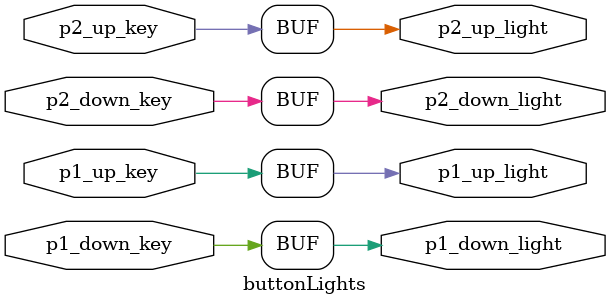
<source format=v>

`define ha 112		// duration of pulse to VGA_HSYNC signifying end of row of data
`define hb 248		// back porch
`define hc 1280		// horizontal screen size (px)
`define hd 48		// front porch

// vertical
`define va 3		// duration of pulse to VGA_HSYNC signifying end of row of data
`define vb 38		// back porch
`define vc 1024		// vertical screen size (px)
`define vd 1		// front porch

// Ball and bat size & speed parameters
`define ballsize    16
`define ballspeed   3
`define batwidth    16
`define batheight   128
`define batspeed    10
`define gap         10

// constants for our pause graphics
`define pauseHeight       256
`define pauseWidth        64
`define pauseGap          32

// constants for winning score graphics
`define letterHeight      192
`define letterWidth       48
`define letterHeight2     144 // height for shorter pieces
`define roofMargin        144
`define pLetterHeight     190 // must be divisible by 5 to draw '2' correctly
`define pLetterHeightSeg  38  // must be pLetterHeight / 5 and an integer to be valid

// constants for our score display graphics
`define scoreLongSeg           64
`define scoreShortSeg          48 // if modified, must be == scoreLongSeg - scoreSegWidth
`define scoreSegWidth          16 // if modified, must be == scoreLongSeg - scoreShortSeg
`define scoreSegHalf           8  // half of scoreSegWidth


// top level module of the program.
module AirPong(
	CLOCK_50,
	CLOCK2_50,
	KEY,
	SW,
	VGA_R,
	VGA_G,
	VGA_B,
	VGA_CLK,
	VGA_BLANK,
	VGA_HS,
	VGA_VS,
	VGA_SYNC,
	TD_RESET,
	LEDR,
    LEDG,
	HEX0,
	HEX1,
	HEX2,
	HEX3,
	HEX4,
	HEX5,
	HEX6,
	HEX7);
	
	input CLOCK_50, CLOCK2_50;
	input [3:0] KEY;
	input [17:0] SW;
	output [9:0] VGA_R, VGA_G, VGA_B;
	output VGA_CLK, VGA_BLANK, VGA_HS, VGA_VS, VGA_SYNC;
	output TD_RESET;
	output [17:0] LEDR;
	output [7:0] LEDG;
	output [6:0] HEX0, HEX1, HEX2, HEX3, HEX4, HEX5, HEX6, HEX7;

	wire video_clock;

	// convert CLOCK2_50 to requred clock speed
	// modified 50 MHz PLL from: https://github.com/chiusin97525/Game-Console
	pll50MHz pll(.inclk0(CLOCK2_50), .c0(video_clock));

	assign VGA_CLK = video_clock;
	assign VGA_SYNC = 0;

	wire ball_on;

	// Location of pixel to draw
	wire [10:0] x;
	wire [10:0] y;
	// Bats locations
	wire [10:0] p1_y;
	wire [10:0] p2_y;
	// Ball location
	wire [10:0] ball_x;
	wire [10:0] ball_y;

	// Scores
	wire [3:0] p1_score;
	wire [3:0] p2_score;
	wire [1:0] winner;				// 0 = none, 1 = P1, 2 = P2
	assign LEDR[17] = (winner > 0);	// light up LEDR-17 to alert user to reset game

	// VGA output module
	vga v(
		.clk(video_clock),
		.vsync(VGA_VS),
		.hsync(VGA_HS),
		.x(x),
		.y(y),
		.can_draw(candraw),
		.start_of_frame(start)
		);

	// Module that renders graphics on-screen 
	graphics g(
		.clk(video_clock),
		.candraw(candraw),
		.x(x),
		.y(y),
		.p1_y(p1_y),
		.p2_y(p2_y),
		.ball_on(ball_on),
		.ball_x(ball_x),
		.ball_y(ball_y),
		.red(VGA_R),
		.green(VGA_G),
		.blue(VGA_B),
		.vga_blank(VGA_BLANK),
        .pause(SW[0]),
		.powerup({SW[4], SW[3], SW[2], SW[1]}),
		.winner(winner),
		.p1_score(p1_score),
		.p2_score(p2_score)
		);
	
	// Game logic module
	gamelogic gl(
		.clock50(CLOCK_50),
		.video_clock(video_clock),
		.start(start),
		.reset(SW[17]),
		.p1_up(~KEY[3]),
		.p1_down(~KEY[2]),
		.p2_up(~KEY[1]),
		.p2_down(~KEY[0]),
		.p1_y(p1_y),
		.p2_y(p2_y),
		.ball_on(ball_on),
		.ball_x(ball_x),
		.ball_y(ball_y),
		.p1_score(p1_score),
		.p2_score(p2_score),
		.winner(winner),
        .pause(SW[0]),
        .powerup({SW[4], SW[3], SW[2], SW[1]})
		);

	// Module to output info to the seven-segment displays
	sevenseg ss(
		.seg0(HEX0),
		.seg1(HEX1),
		.seg2(HEX2),
		.seg3(HEX3),
		.seg4(HEX4),
		.seg5(HEX5),
		.seg6(HEX6),
		.seg7(HEX7),
		.score_p1(p1_score),
		.score_p2(p2_score),
		.winner(winner)
		);

	// lights LEDs in front of keys to confirm to user that their key input
	// was received
	buttonLights bl(
		.p1_up_key(~KEY[3]),
		.p1_down_key(~KEY[2]),
		.p2_up_key(~KEY[1]),
		.p2_down_key(~KEY[0]),
		.p1_up_light(LEDG[6]),
		.p1_down_light(LEDG[4]),
		.p2_up_light(LEDG[2]),
		.p2_down_light(LEDG[0])
	);

endmodule

// Module that renders on-screen 
// Draws objects pixel by pixel
module graphics(
	clk,
	candraw,
	x,
	y,
	p1_y,
	p2_y,
	ball_on,
	ball_x,
	ball_y,
	red, 
	green, 
	blue,
	vga_blank,
    pause,
	powerup,
	winner,
	p1_score,
	p2_score
	);

	input clk;
	input candraw;
	input ball_on;
	input powerup;
    input pause;
    input [1:0] winner;
    input [3:0] p1_score;
    input [3:0] p2_score;
	input [10:0] x, y, p1_y, p2_y, ball_x, ball_y;
	output reg [9:0] red, green, blue;
	output vga_blank;
	
	reg n_vga_blank;
	assign vga_blank = !n_vga_blank;
	
	always @(posedge clk) begin
		if (candraw) begin
			n_vga_blank <= 1'b0;
            
			// draw P1 (left) bat
			if (x < `batwidth + `batwidth+`gap && x > `batwidth+`gap &&  y > p1_y && y < p1_y + `batheight) begin
					// white bat
					red <= 10'b1111111111;
					green <= 10'b0000000000;
					blue <= 10'b0000000000;
			end
			// draw P2 (right) bat
			else if (x > `hc - (`batwidth + `batwidth + `gap) && x < `hc - (`batwidth + `gap) && y > p2_y && y < p2_y + `batheight) begin
					// white bat
					red <= 10'b0000000000;
					green <= 10'b0000000000;
					blue <= 10'b1111111111;
			end
			// draw ball
			else if (ball_on && x > ball_x && x < ball_x + `ballsize && y > ball_y && y < ball_y + `ballsize) begin
					// white ball
//					red <= 10'b1111111111;
//					green <= 10'b1111111111;
//					blue <= 10'b1111111111;
//					red <= 10'b1001011000;
//					green <= 10'b1000100000;
//					blue <= 10'b0101101100;
					
					if(powerup == 4'b0010) begin
						red <= 10'b1111111111;
						green <= 10'b1111111111;
						blue <= 10'b1111111111;
					end
					else begin
						red <= 10'b0000000000;
						green <= 10'b1111111111;
						blue <= 10'b1111111111;
					end
					
//					// 4 bits
//					red <= 10'b0000001111;
//					green <= 10'b0000001111;
//					blue <= 10'b0000001111;

//					// 5 bits
//					red <= 10'b0000011111;
//					green <= 10'b0000011111;
//					blue <= 10'b0000011111;
//					
//					// 6 bits
//					red <= 10'b0000111111;
//					green <= 10'b0000111111;
//					blue <= 10'b0000111111;
//					
//					// 7 bits
//					red <= 10'b0001111111;
//					green <= 10'b0001111111;
//					blue <= 10'b0001111111;
//					
//					// 8 bits
//					red <= 10'b0011111111;
//					green <= 10'b0011111111;
//					blue <= 10'b0011111111;
			end
			// Draw upper left wall
			else if (x < `batwidth && y > 0 && y < `vc/3) begin
					// pink wall
					red <= 10'b1111111111;
					green <= 10'b0000000000;
					blue <= 10'b1111111111;
			end
			// Draw lower left wall
			else if (x < `batwidth && y > (`vc/3 + `vc/3) && y < `vc) begin
					// green wall
					red <= 10'b0000000000;
					green <= 10'b1111111111;
					blue <= 10'b0000000000;
			end
			// Draw upper right wall
			else if (x > `hc - `batwidth && y > 0 && y < `vc/3) begin
					// pink wall
					red <= 10'b1111111111;
					green <= 10'b0000000000;
					blue <= 10'b1111111111;
			end
			// Draw lower right wall
			else if (x > `hc - `batwidth && y > (`vc/3 + `vc/3) && y < `vc) begin
					// green wall
					red <= 10'b0000000000;
					green <= 10'b1111111111;
					blue <= 10'b0000000000;
			end

			// PAUSE GRAPHICS

			// draw pause symbol when paused(pause condition is true)(left pause bar)
            else if (pause && x > `hc/2 - `pauseWidth - `pauseGap && x < `hc/2 - `pauseGap && y > `vc/2 - `pauseHeight/2 && y < `vc/2 + `pauseHeight/2) begin
					red <= 10'b1111111111;
					green <= 10'b1111111111;
					blue <= 10'b1111111111;
			end
			// draw pause symbol when paused(pause condition is true)(right pause bar)
            else if (pause && x > `hc/2 + `pauseGap && x < `hc/2 + `pauseWidth + `pauseGap && y > `vc/2 - `pauseHeight/2 && y < `vc/2 + `pauseHeight/2) begin
					red <= 10'b1111111111;
					green <= 10'b1111111111;
					blue <= 10'b1111111111;
			end
			
			// WINNING GRAPHICS

			// draw the letter "W" for win. (bottom part)
			else if (winner > 0 && x > `hc/2 - `letterWidth*6 && x < `hc/2 - `letterWidth && y > `roofMargin + `letterHeight2 && y < `roofMargin + `letterHeight) begin
					red <= 10'b1111111111;
					green <= 10'b1111111111;
					blue <= 10'b1111111111;
			end
			// draw the letter "W" for win. (left bar part)
			else if (winner > 0 && x > `hc/2 - `letterWidth*6 && x < `hc/2 - `letterWidth*5 && y > `roofMargin && y < `roofMargin + `letterHeight2) begin
					red <= 10'b1111111111;
					green <= 10'b1111111111;
					blue <= 10'b1111111111;
			end
			// draw the letter "W" for win. (middle bar part)
			else if (winner > 0 && x > `hc/2 - `letterWidth*4 && x < `hc/2 - `letterWidth*3 && y > `roofMargin && y < `roofMargin + `letterHeight2) begin
					red <= 10'b1111111111;
					green <= 10'b1111111111;
					blue <= 10'b1111111111;
			end
            // draw the letter "W" for win. (right bar part)
            else if (winner > 0 && x > `hc/2 - `letterWidth*2 && x < `hc/2 - `letterWidth && y > `roofMargin && y < `roofMargin + `letterHeight2) begin
					red <= 10'b1111111111;
					green <= 10'b1111111111;
					blue <= 10'b1111111111;
            end
			// draw the letter 'I' for win.
			else if (winner > 0 && x > `hc/2 - `letterWidth/2 && x < `hc/2 + `letterWidth/2 && y > `roofMargin && y < `roofMargin + `letterHeight) begin
					red <= 10'b1111111111;
					green <= 10'b1111111111;
					blue <= 10'b1111111111;
			end
			// draw the letter 'N' for win. (the left bar part)
			else if (winner > 0 && x > `hc/2 + `letterWidth && x < `hc/2 + `letterWidth*2 && y > `roofMargin + `letterWidth && y < `roofMargin + `letterHeight) begin
					red <= 10'b1111111111;
					green <= 10'b1111111111;
					blue <= 10'b1111111111;
			end
			// draw the letter 'N' for win. (the right bar part)
			else if (winner > 0 && x > `hc/2 + `letterWidth*3 && x < `hc/2 + `letterWidth*4 && y > `roofMargin + `letterWidth && y < `roofMargin + `letterHeight) begin
					red <= 10'b1111111111;
					green <= 10'b1111111111;
					blue <= 10'b1111111111;
			end
			// draw the letter 'N' for win. (the top bar part)
			else if (winner > 0 && x > `hc/2 + `letterWidth && x < `hc/2 + `letterWidth*4 && y > `roofMargin && y < `roofMargin + `letterWidth) begin
					red <= 10'b1111111111;
					green <= 10'b1111111111;
					blue <= 10'b1111111111;
			end
			// draw the number '2' for player 2 win. (the top bar part)
			else if (winner == 2 && x > `hc/2 -`letterWidth*9 && x < `hc/2 - `letterWidth*7 && y > `roofMargin && y < `roofMargin + `pLetterHeightSeg) begin
					red <= 10'b1111111111;
					green <= 10'b1111111111;
					blue <= 10'b1111111111;
			end
			// draw the number '2' for player 2 win. (right square part)
			else if (winner == 2 && x > `hc/2 - `letterWidth*8 && x < `hc/2 - `letterWidth*7 && y > `roofMargin + `pLetterHeightSeg && y < `roofMargin + `pLetterHeightSeg*2) begin
					red <= 10'b1111111111;
					green <= 10'b1111111111;
					blue <= 10'b1111111111;
			end
			// draw the number '2' for player 2 win. (middle bar part)
			else if (winner == 2 && x > `hc/2 - `letterWidth*9 && x < `hc/2 - `letterWidth*7 && y > `roofMargin + `pLetterHeightSeg*2 && y < `roofMargin + `pLetterHeightSeg*3) begin
					red <= 10'b1111111111;
					green <= 10'b1111111111;
					blue <= 10'b1111111111;
			end
			// draw the number '2' for player 2 win. (left square part)
			else if (winner == 2 && x > `hc/2 - `letterWidth*9 && x < `hc/2 - `letterWidth*8 && y > `roofMargin + `pLetterHeightSeg*3 && y < `roofMargin + `pLetterHeightSeg*4) begin
					red <= 10'b1111111111;
					green <= 10'b1111111111;
					blue <= 10'b1111111111;
			end
			// draw the number '2' for player 2 win. (bottom bar part)
			else if (winner == 2 && x > `hc/2 - `letterWidth*9 && x < `hc/2 - `letterWidth*7 && y > `roofMargin + `pLetterHeightSeg*4 && y < `roofMargin + `pLetterHeightSeg*5) begin
					red <= 10'b1111111111;
					green <= 10'b1111111111;
					blue <= 10'b1111111111;
			end
			// draw the number '1' for player 1 win.
			else if (winner == 1 && x > `hc/2 - `letterWidth*9 && x < `hc/2 - `letterWidth*8 && y > `roofMargin && y < `roofMargin + `pLetterHeightSeg*5) begin
					red <= 10'b1111111111;
					green <= 10'b1111111111;
					blue <= 10'b1111111111;	
			end
			// draw the letter 'P' for either player win. (left bar)
			else if (winner > 0 && x > `hc/2 - `letterWidth*13 && x < `hc/2 - `letterWidth*12 && y > `roofMargin && y < `roofMargin + `pLetterHeightSeg*5) begin
					red <= 10'b1111111111;
					green <= 10'b1111111111;
					blue <= 10'b1111111111;
			end
			// draw the letter 'P' for either player win. (top bar)
			else if (winner > 0 && x > `hc/2 - `letterWidth*12 && x < `hc/2 - `letterWidth*10 && y > `roofMargin && y < `roofMargin + `pLetterHeightSeg) begin
					red <= 10'b1111111111;
					green <= 10'b1111111111;
					blue <= 10'b1111111111;
			end
			// draw the letter 'P' for either player win. (right square)
			else if (winner > 0 && x > `hc/2 - `letterWidth*11 && x < `hc/2 - `letterWidth*10 && y > `roofMargin + `pLetterHeightSeg && y < `roofMargin + `pLetterHeightSeg*2) begin
					red <= 10'b1111111111;
					green <= 10'b1111111111;
					blue <= 10'b1111111111;
			end
			// draw the letter 'P' for either player win. (mid bar)
			else if (winner > 0 && x > `hc/2 - `letterWidth*12 && x < `hc/2 - `letterWidth*10 && y > `roofMargin + `pLetterHeightSeg*2 && y < `roofMargin + `pLetterHeightSeg*3) begin
					red <= 10'b1111111111;
					green <= 10'b1111111111;
					blue <= 10'b1111111111;
			end

			// SCORE GRAPHICS - looks like a seven seg display, except on screen.

			// draw the top bar of the P1 score. (seg 0)
			else if ((p1_score == 0 || p1_score == 2 || p1_score == 3 || p1_score == 5 || p1_score == 6 || p1_score == 7 || p1_score == 8 || p1_score == 9 || p1_score == 10)
				&& x > `hc/2 - `scoreLongSeg*3 && x < `hc/2 - `scoreLongSeg*2 - `scoreSegWidth && y > `vc - `scoreLongSeg*3 && y < `vc - `scoreLongSeg*3 + `scoreSegWidth) begin
					red <= 10'b1111111111;
					green <= 10'b1111111111;
					blue <= 10'b1111111111;
			end
			// draw the mid bar of the P1 score. (seg 6)
			else if ((p1_score == 2 || p1_score == 3 || p1_score == 4 || p1_score == 5 || p1_score == 6 || p1_score == 8 || p1_score == 9 || p1_score == 10)
				&& x > `hc/2 - `scoreLongSeg*3 && x < `hc/2 - `scoreLongSeg*2 - `scoreSegWidth && y > `vc - `scoreLongSeg*2 - `scoreSegHalf && y < `vc - `scoreLongSeg*2 + `scoreSegHalf) begin
					red <= 10'b1111111111;
					green <= 10'b1111111111;
					blue <= 10'b1111111111;
			end
			// draw the bottom bar of the P1 score. (seg 3)
			else if ((p1_score == 0 || p1_score == 2 || p1_score == 3 || p1_score == 5 || p1_score == 6 || p1_score == 8)
				&& x > `hc/2 - `scoreLongSeg*3 && x < `hc/2 - `scoreLongSeg*2 - `scoreSegWidth && y > `vc - `scoreLongSeg - `scoreSegWidth && y < `vc - `scoreLongSeg) begin
					red <= 10'b1111111111;
					green <= 10'b1111111111;
					blue <= 10'b1111111111;
				end
			// draw the left upper bar of the P1 score. (seg 5)
			else if ((p1_score == 0 || p1_score == 4 || p1_score == 5 || p1_score == 6 || p1_score == 8 || p1_score == 9 || p1_score == 10)
				&& x > `hc/2 - `scoreLongSeg*3 - `scoreSegWidth && x < `hc/2 - `scoreLongSeg*3 && y > `vc - `scoreLongSeg*3 && y < `vc - `scoreLongSeg*2) begin
					red <= 10'b1111111111;
					green <= 10'b1111111111;
					blue <= 10'b1111111111;
				end
			// draw the left lower bar of the P1 score. (seg 4)
			else if ((p1_score == 0 || p1_score == 2 || p1_score == 6 || p1_score == 8 || p1_score == 10)
				&& x > `hc/2 - `scoreLongSeg*3 - `scoreSegWidth && x < `hc/2 - `scoreLongSeg*3 && y > `vc - `scoreLongSeg*2 && y < `vc - `scoreLongSeg) begin
					red <= 10'b1111111111;
					green <= 10'b1111111111;
					blue <= 10'b1111111111;
				end
			// draw the right upper bar of the P1 score. (seg 1)
			else if ((p1_score == 0 || p1_score == 1 || p1_score == 2 || p1_score == 3 || p1_score == 4 || p1_score == 7 || p1_score == 8 || p1_score == 9 || p1_score == 10)
				&& x > `hc/2 - `scoreLongSeg*2 - `scoreSegWidth && x < `hc/2 - `scoreLongSeg*2 && y > `vc - `scoreLongSeg*3 && y < `vc - `scoreLongSeg*2) begin
					red <= 10'b1111111111;
					green <= 10'b1111111111;
					blue <= 10'b1111111111;
				end
			// draw the right lower bar of the P1 score. (seg 1)
			else if ((p1_score == 0 || p1_score == 1 || p1_score == 3 || p1_score == 4 || p1_score == 5 || p1_score == 6 || p1_score == 7 || p1_score == 8 || p1_score == 9 || p1_score == 10)
				&& x > `hc/2 - `scoreLongSeg*2 - `scoreSegWidth && x < `hc/2 - `scoreLongSeg*2 && y > `vc - `scoreLongSeg*2 && y < `vc - `scoreLongSeg) begin
					red <= 10'b1111111111;
					green <= 10'b1111111111;
					blue <= 10'b1111111111;
				end
			// draw the top bar of the P2 score. (seg 0)
			else if ((p2_score == 0 || p2_score == 2 || p2_score == 3 || p2_score == 5 || p2_score == 6 || p2_score == 7 || p2_score == 8 || p2_score == 9 || p2_score == 10)
				&& x > `hc/2 + `scoreLongSeg*2 + `scoreSegWidth && x < `hc/2 + `scoreLongSeg*3 && y > `vc - `scoreLongSeg*3 && y < `vc - `scoreLongSeg*3 + `scoreSegWidth) begin
					red <= 10'b1111111111;
					green <= 10'b1111111111;
					blue <= 10'b1111111111;
			end
			// draw the mid bar of the P2 score. (seg 6)
			else if ((p2_score == 2 || p2_score == 3 || p2_score == 4 || p2_score == 5 || p2_score == 6 || p2_score == 8 || p2_score == 9 || p2_score == 10)
				&& x > `hc/2 + `scoreLongSeg*2 + `scoreSegWidth && x < `hc/2 + `scoreLongSeg*3 && y > `vc - `scoreLongSeg*2 - `scoreSegHalf && y < `vc - `scoreLongSeg*2 + `scoreSegHalf) begin
					red <= 10'b1111111111;
					green <= 10'b1111111111;
					blue <= 10'b1111111111;
			end
			// draw the bottom bar of the P2 score. (seg 3)
			else if ((p2_score == 0 || p2_score == 2 || p2_score == 3 || p2_score == 5 || p2_score == 6 || p2_score == 8)
				&& x > `hc/2 + `scoreLongSeg*2 + `scoreSegWidth && x < `hc/2 + `scoreLongSeg*3 && y > `vc - `scoreLongSeg - `scoreSegWidth && y < `vc - `scoreLongSeg) begin
					red <= 10'b1111111111;
					green <= 10'b1111111111;
					blue <= 10'b1111111111;
				end
			// draw the left upper bar of the P2 score. (seg 5)
			else if ((p2_score == 0 || p2_score == 4 || p2_score == 5 || p2_score == 6 || p2_score == 8 || p2_score == 9 || p2_score == 10)
				&& x > `hc/2 + `scoreLongSeg*2 && x < `hc/2 + `scoreLongSeg*2 + `scoreSegWidth && y > `vc - `scoreLongSeg*3 && y < `vc - `scoreLongSeg*2) begin
					red <= 10'b1111111111;
					green <= 10'b1111111111;
					blue <= 10'b1111111111;
				end
			// draw the left lower bar of the P2 score. (seg 4)
			else if ((p2_score == 0 || p2_score == 2 || p2_score == 6 || p2_score == 8 || p2_score == 10)
				&& x > `hc/2 + `scoreLongSeg*2 && x < `hc/2 + `scoreLongSeg*2 + `scoreSegWidth && y > `vc - `scoreLongSeg*2 && y < `vc - `scoreLongSeg) begin
					red <= 10'b1111111111;
					green <= 10'b1111111111;
					blue <= 10'b1111111111;
				end
			// draw the right upper bar of the P2 score. (seg 1)
			else if ((p2_score == 0 || p2_score == 1 || p2_score == 2 || p2_score == 3 || p2_score == 4 || p2_score == 7 || p2_score == 8 || p2_score == 9 || p2_score == 10)
				&& x > `hc/2 + `scoreLongSeg*3 && x < `hc/2 + `scoreLongSeg*3 + `scoreSegWidth && y > `vc - `scoreLongSeg*3 && y < `vc - `scoreLongSeg*2) begin
					red <= 10'b1111111111;
					green <= 10'b1111111111;
					blue <= 10'b1111111111;
				end
			// draw the right lower bar of the P2 score. (seg 1)
			else if ((p2_score == 0 || p2_score == 1 || p2_score == 3 || p2_score == 4 || p2_score == 5 || p2_score == 6 || p2_score == 7 || p2_score == 8 || p2_score == 9 || p2_score == 10)
				&& x > `hc/2 + `scoreLongSeg*3 && x < `hc/2 + `scoreLongSeg*3 + `scoreSegWidth && y > `vc - `scoreLongSeg*2 && y < `vc - `scoreLongSeg) begin
					red <= 10'b1111111111;
					green <= 10'b1111111111;
					blue <= 10'b1111111111;
				end
			// black background
			else begin
//					red <= 10'b0000011111;
//					green <= 10'b0000011111;
//					blue <= 10'b0000011111;
					red <= 10'b0000000000;
					green <= 10'b0000000000;
					blue <= 10'b0000000000;
//					red <= 10'b1001011000;
//					green <= 10'b1000100000;
//					blue <= 10'b0101101100;
			end
		end else begin
			// if we are not in the visible area, we must set the screen blank
			n_vga_blank <= 1'b1;
		end
	end
endmodule 


// VGA output module
// Controls the output parameters
// Credit: https://www.cl.cam.ac.uk/teaching/1011/ECAD+Arch/files/params.sv
module vga(
	clk,
	vsync,
	hsync,
	x,
	y,
	can_draw,
	start_of_frame
	); 
	
	input clk;
	output vsync, hsync;
	output [10:0] x, y;
	output can_draw;
	output start_of_frame;

	assign x = h - `ha - `hb;
	assign y = v - `va - `vb;
	assign can_draw = (h >= (`ha + `hb)) && (h < (`ha + `hb + `hc))
				   && (v >= (`va + `vb)) && (v < (`va + `vb + `vc));
	assign vsync = vga_vsync;
	assign hsync = vga_hsync;
	assign start_of_frame = startframe;

	// horizontal and vertical counts
	reg [10:0] h;
	reg [10:0] v;
	reg vga_vsync;
	reg vga_hsync;
	reg startframe;
	
	always @(posedge clk) begin
	    // if we are not at the end of a row, increment h
		if (h < (`ha + `hb + `hc + `hd)) begin
			h <= h + 11'd1;
		// otherwise set h = 0 and increment v (unless we are at the bottom of the screen)
		end else begin
			h <= 11'd0;
			v <= (v < (`va + `vb + `vc + `vd)) ? v + 11'd1 : 11'd0;
		end
		vga_hsync <= h > `ha;
		vga_vsync <= v > `va;
		
		startframe <= (h == 11'd0) && (v == 11'd0);
	end
endmodule 


// Counter for incrementing/decrementing bat position within bounds of screen
module batpos(
	clk,
	up,
	down,
	reset,
	speed,
	value,
	mode,
    pause
	);

	input clk;
	input up, down;				// signal for counting up/down
	input [4:0] speed;			// # of px to increment bats by
	input reset, mode, pause;
	output [10:0] value;		// max value is 1024 (px), 11 bits wide
	
	reg [10:0] value;
	
	initial begin
		value <= `vc / 2;
	end
	
	always @ (posedge clk or posedge reset or posedge mode) begin
		if (reset || mode) begin
			// go back to the middle
			value <= `vc / 2;
		end
		else if (! pause) begin
			if (up) begin
				// prevent bat from going beyond upper bound of the screen
				if ((value - speed) > `va) begin
					// move bat up the screen
					value <= value - speed;
				end
			end
			else if (down) begin
				// prevent bat from going beyond lower bound of the screen
				if ((value + speed) < (`vc - `batheight)) begin
					// move bat down the screen
					value <= value + speed;
				end
			end
		end
	end

endmodule


// Module with counters that determine the ball position
module ballpos(
	clk,
	reset,
	speed,
	dir_x,		// 0 = LEFT, 1 = RIGHT
	dir_y,		// 0 = UP, 1 = DOWN
	value_x,
	value_y,
	mode,
    pause,
    powerup,
	powerup_x
	);

	input clk;
	input [4:0] speed;					// # of px to increment bat by
	input reset, mode, pause, powerup, powerup_x;
	input dir_x, dir_y;
	output [10:0] value_x, value_y;		// max value is 1024 (px), 11 bits wide
	
	reg [10:0] value_x, value_y;
	reg [10:0] multiplier_x;
	reg [10:0] powermult_x, powermult_y;		
	
	
	// the initial position of the ball is at the top of the screen, in the middle,
	initial begin
		value_x <= `hc / 2 - (`ballsize / 2);
		value_y <= `va + 7;
	end
	
	always @ (posedge clk or posedge reset or posedge mode) begin	
		if (reset || mode) begin
			value_x <= `hc / 2 - (`ballsize / 2);
			value_y <= `va + 7;
			multiplier_x <= 0;
			
		end
		else if (! pause) begin
			// increment x
			if(powerup == 4'b0001) begin
				powermult_x = 10'b0000000011;
				powermult_y = 10'b0000000011;
			end
			else begin
				powermult_x = 10'b0000000000;
				powermult_y = 10'b0000000000;
			end

			// Increase horizontal speed
			if(powerup_x == 1) begin
				multiplier_x = 10'b0000000010;
			end
			else begin
				multiplier_x = 10'b0000000000;
			end
			
			
			if (dir_x) begin
				// right 
				value_x <= value_x + speed + multiplier_x + powermult_x;
			end
			else begin
				// left
				value_x <= value_x - speed - multiplier_x - powermult_x;
			end
			
			// increment y
			if (dir_y) begin
				// down
				value_y <= value_y + speed + powermult_y;
			end
			else begin
				// up
				value_y <= value_y - speed - powermult_y;
			end
		end
	end

endmodule

// Ball collision detection module
// Detects collisions between the ball and the bats and walls and
// determines what direction the ball should go
module ballcollisions(
	clk,
	reset,
	p1_y,
	p2_y,
	ball_x,
	ball_y,
	dir_x,
	dir_y,
	oob,// whether ball is out of bounds
	wall_speed_x_active
	);
	
	input clk, reset;
	input [10:0] p1_y, p2_y, ball_x, ball_y;
	output dir_x, dir_y, oob, wall_speed_x_active;
		
	reg dir_x, dir_y, oob, wall_speed_x_active;
	initial begin
		dir_x <= 0;
		dir_y <= 1;
		oob <= 0;
		wall_speed_x_active <= 0;
	end
		
	always @ (posedge clk) begin
		if (reset) begin
			dir_x <= ~dir_x;	// alternate starting direction every round
			dir_y <= 1;
			oob <= 0;
		end
		else begin
			// out of bounds (i.e. one of the players missed the ball)
			if (ball_x <= 0 || ball_x >= `hc) begin
				oob = 1;
			end
			else begin
				oob = 0;
			end
			
			// collision with top & bottom walls
			if (ball_y <= `va + 5) begin
				dir_y = 1;
			end
			if (ball_y >= `vc - `ballsize) begin
				dir_y = 0;
			end
			
			// collision with P1 bat
			if (ball_x <= `batwidth + `batwidth + `gap && ball_y + `ballsize >= p1_y && ball_y <= p1_y + `batheight) begin
			
				dir_x = 1;	// reverse direction
				wall_speed_x_active = 1;
				if (ball_y + `ballsize <= p1_y + (`batheight / 2)) begin
					// collision with top half of p1 bat, go up
					dir_y = 0;
				end
				else begin
					// collision with bottom half of p1 bat, go down
					dir_y = 1;
				end
			end
			// collision with P2 bat
			else if (ball_x >= `hc - `batwidth - `batwidth- `gap -`ballsize && ball_y + `ballsize <= p2_y + `batheight && ball_y >= p2_y) begin
				
				dir_x = 0;	// reverse direction
				wall_speed_x_active = 1;
				if (ball_y + `ballsize <= p2_y + (`batheight / 2)) begin
					// collision with top half of p2 bat, go up
					dir_y = 0;
				end
				else begin
					// collision with bottom half of p bat, go down
					dir_y = 1;
				end
			end
			// collision with left upper wall
			else if (ball_x <= `batwidth && ball_y + `ballsize <= `vc/3) begin
			
				dir_x = 1;	// reverse direction
				wall_speed_x_active = 1;
				if (ball_y + `ballsize <= `vc/6) begin
					// collision with top half of p1 bat, go up
					dir_y = 0;
				end
				else begin
					// collision with bottom half of p1 bat, go down
					dir_y = 1;
				end
			end
			// collision with left lower wall
			else if (ball_x <= `batwidth && ball_y + `ballsize <= `vc && ball_y + `ballsize >= `vc * 2/3) begin
			
				dir_x = 1;	// reverse direction
				wall_speed_x_active = 1;
				if (ball_y + `ballsize <= `vc * 5/6 && ball_y + `ballsize >= `vc * 4/6) begin
					// collision with top half of p1 bat, go up
					dir_y = 0;
				end
				else begin
					// collision with bottom half of p1 bat, go down
					dir_y = 1;
				end
			end
			// collision with right upper wall
			else if (ball_x + `ballsize >= `hc - `batwidth && ball_y + `ballsize <= `vc/3) begin
			
				dir_x = 0;	// reverse direction
				wall_speed_x_active = 1;
				if (ball_y + `ballsize <= `vc/6) begin
					// collision with top half of p1 bat, go up
					dir_y = 0;
				end
				else begin
					// collision with bottom half of p1 bat, go down
					dir_y = 1;
				end
			end
			// collision with right lower wall
			else if (ball_x + `ballsize >= `hc - `batwidth && ball_y + `ballsize <= `vc && ball_y + `ballsize >= `vc * 2/3) begin
			
				dir_x = 0;	// reverse direction
				wall_speed_x_active = 1;
				if (ball_y + `ballsize <= `vc * 5/6 && ball_y + `ballsize >= `vc * 4/6) begin
					// collision with top half of p1 bat, go up
					dir_y = 0;
				end
				else begin
					// collision with bottom half of p1 bat, go down
					dir_y = 1;
				end
			end
		end
	end
	
endmodule

// Game logic module
// Produces the data for output (VGA & HEX) given our inputs
module gamelogic(
	clock50,
	video_clock,
	start,
	reset,	
	p1_up,
	p1_down,
	p2_up,
	p2_down,
	p1_y,
	p2_y,
	ball_on,
	ball_x,
	ball_y,
	p1_score,
	p2_score,
	winner,
    pause,
    powerup
	);
	
	input clock50;
	input reset;
	input video_clock;
	input start;
	input p1_up, p1_down, p2_up, p2_down;
    input pause;
    input powerup;
	output [10:0] p1_y, p2_y;
	output [10:0] ball_x, ball_y;
	output ball_on;
	output [3:0] p1_score, p2_score;
	output [1:0] winner;
	
	reg [3:0] p1_score, p2_score;	// 0 - 10
	initial begin
		p1_score <= 4'b0;
		p2_score <= 4'b0;
	end
	
	reg [1:0] winner;	// 0 = none, 1 = P1, 2 = P2
	initial begin
		winner <= 0;
	end
	
	reg ball_on;
	initial begin
		ball_on <= 1;
	end
	
	wire dir_x;		// 0 = LEFT, 1 = RIGHT
	wire dir_y;		// 0 = UP, 1 = DOWN
	wire powerup_x;
	wire outofbounds;
	reg newround;
	
	reg [25:0] count_sec;
	reg [1:0] count_secs;
	always @ (posedge clock50) begin
		if (outofbounds) begin
			ball_on = 0;
			
			// Second counter
			if (count_sec == 26'd49_999_999) begin
				// 50,000,000 clock cycles per second since we're using CLOCK_50 (50 MHz)
				count_sec = 26'd0;
				count_secs = count_secs + 1;
			end
			else begin
				// Increment every clock cycle
				count_sec = count_sec + 1;
			end
			
			// 3 secs after ball is out of bounds
			if (count_secs == 3) begin
			
				// Increment the score on the first clock cycle
				// We need to check for this so the score is only incremented ONCE
				if (count_sec == 26'd1) begin
					if (dir_x) begin
						// Out of bounds on the right
						p1_score = p1_score + 1;
					end
					else begin
						// Out of bounds on the left
						p2_score = p2_score + 1;
					end	
				end
				
				// Check if someone has won
				if (p1_score == 4'd10) begin
					winner = 1;
				end
				else if (p2_score == 4'd10) begin
					winner = 2;
				end
				
				// New round
				ball_on = 1;
				newround = 1;
			end
		end
		else begin
			if (newround) begin
				newround = 0;
			end
			count_secs = 1'b0;
			count_sec = 26'd0;
			
			if (reset) begin
				p1_score = 0;
				p2_score = 0;
				winner = 0;
			end
		end
	end
	
	// Module for controlling player 1's bat
	batpos b1 (
		.clk(video_clock && start),
		.up(p1_up),
		.down(p1_down),
		.reset(reset),
		.speed(`batspeed),
		.value(p1_y),
        .pause(pause)
		);
		
	// Module for controlling player 2's bat
	batpos b2 (
		.clk(video_clock && start),
		.up(p2_up),
		.down(p2_down),
		.reset(reset),
		.speed(`batspeed),
		.value(p2_y),
        .pause(pause)
		);
		
	// Ball collision detection module
	ballcollisions bcs (
		.clk(video_clock && start && ball_on),
		.reset(reset || newround),
		.p1_y(p1_y),
		.p2_y(p2_y),
		.ball_x(ball_x),
		.ball_y(ball_y),
		.dir_x(dir_x),
		.dir_y(dir_y),
		.oob(outofbounds),
		.wall_speed_x_active(powerup_x)
		);
	
	// Module with counters that determining the ball position
	ballpos bp (
		.clk(video_clock && start && ball_on),
		.reset(reset || newround || (winner > 0)),
		.speed(`ballspeed),
		.dir_x(dir_x),
		.dir_y(dir_y),
		.value_x(ball_x),
		.value_y(ball_y),
        .pause(pause),
        .powerup(powerup),
		.powerup_x(powerup_x)
		);

endmodule


// Module to output info to the seven-segement displays
module sevenseg(seg0, seg1, seg2, seg3, seg4, seg5, seg6, seg7, score_p1, score_p2, winner);
	input [3:0] score_p1, score_p2;								
	input [1:0] winner;												// 0 = none, 1 = P1, 2 = P2
	output [6:0] seg0, seg1, seg2, seg3, seg4, seg5, seg6, seg7;
	
	reg [6:0] seg0, seg1, seg2, seg3, seg4, seg5, seg6, seg7;
	
	always @ (score_p1 or winner) begin
	
		if (winner > 0) begin
			// Show the winner on HEX7 and HEX6 (i.e. P1 or P2)
			seg7 = 7'b0001100;				// P
			case (winner)
				2'h1: seg6 = 7'b1111001;	// 1
				2'h2: seg6 = 7'b0100100;	// 2
				default: seg6 = 7'b1111111;
			endcase
		end
		else begin
			seg7 = 7'b1111111;
			case (score_p1)
					4'h0: seg6 = 7'b1000000;
					4'h1: seg6 = 7'b1111001; 
					4'h2: seg6 = 7'b0100100; 
					4'h3: seg6 = 7'b0110000; 
					4'h4: seg6 = 7'b0011001; 	
					4'h5: seg6 = 7'b0010010; 
					4'h6: seg6 = 7'b0000010; 
					4'h7: seg6 = 7'b1111000; 
					4'h8: seg6 = 7'b0000000; 
					4'h9: seg6 = 7'b0011000; 
					default: seg6 = 7'b1111111; 
			endcase
		end
	end
	
	always @ (score_p2 or winner) begin
		if (winner > 0) begin
			// Unused; blank out
			seg5 = 7'b1111111;
			seg4 = 7'b1111111;
		end
		else begin
			seg5 = 7'b1111111;
			case (score_p2)
					4'h0: seg4 = 7'b1000000; 
					4'h1: seg4 = 7'b1111001; 
					4'h2: seg4 = 7'b0100100; 
					4'h3: seg4 = 7'b0110000; 
					4'h4: seg4 = 7'b0011001; 	
					4'h5: seg4 = 7'b0010010; 
					4'h6: seg4 = 7'b0000010; 
					4'h7: seg4 = 7'b1111000; 
					4'h8: seg4 = 7'b0000000; 
					4'h9: seg4 = 7'b0011000; 
					default: seg4 = 7'b1111111; 
			endcase
		end
	end
	
	// Blank out unused displays
	always begin
		seg3 = 7'b1111111;
		seg2 = 7'b1111111;
		seg1 = 7'b1111111;
		seg0 = 7'b1111111;
	end

endmodule

module buttonLights(
	p1_up_key,
	p1_down_key,
	p2_up_key,
	p2_down_key,
	p1_up_light,
	p1_down_light,
	p2_up_light,
	p2_down_light
	);
	
	input p1_up_key, p1_down_key, p2_up_key, p2_down_key;
	output p1_up_light, p1_down_light, p2_up_light, p2_down_light;
	
	assign p1_up_light = p1_up_key;
	assign p1_down_light = p1_down_key;
	assign p2_up_light = p2_up_key;
	assign p2_down_light = p2_down_key;
	
endmodule

</source>
